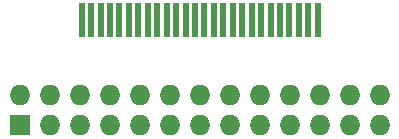
<source format=gts>
G04 #@! TF.FileFunction,Soldermask,Top*
%FSLAX46Y46*%
G04 Gerber Fmt 4.6, Leading zero omitted, Abs format (unit mm)*
G04 Created by KiCad (PCBNEW (2015-01-02 BZR 5348)-product) date 1/13/2015 10:06:43 PM*
%MOMM*%
G01*
G04 APERTURE LIST*
%ADD10C,0.100000*%
%ADD11R,1.727200X1.727200*%
%ADD12O,1.727200X1.727200*%
%ADD13R,0.500000X3.000000*%
G04 APERTURE END LIST*
D10*
D11*
X132080000Y-102870000D03*
D12*
X132080000Y-100330000D03*
X134620000Y-102870000D03*
X134620000Y-100330000D03*
X137160000Y-102870000D03*
X137160000Y-100330000D03*
X139700000Y-102870000D03*
X139700000Y-100330000D03*
X142240000Y-102870000D03*
X142240000Y-100330000D03*
X144780000Y-102870000D03*
X144780000Y-100330000D03*
X147320000Y-102870000D03*
X147320000Y-100330000D03*
X149860000Y-102870000D03*
X149860000Y-100330000D03*
X152400000Y-102870000D03*
X152400000Y-100330000D03*
X154940000Y-102870000D03*
X154940000Y-100330000D03*
X157480000Y-102870000D03*
X157480000Y-100330000D03*
X160020000Y-102870000D03*
X160020000Y-100330000D03*
X162560000Y-102870000D03*
X162560000Y-100330000D03*
D13*
X137320000Y-93980000D03*
X138120000Y-93980000D03*
X138920000Y-93980000D03*
X139720000Y-93980000D03*
X140520000Y-93980000D03*
X141320000Y-93980000D03*
X142120000Y-93980000D03*
X142920000Y-93980000D03*
X143720000Y-93980000D03*
X144520000Y-93980000D03*
X145320000Y-93980000D03*
X146120000Y-93980000D03*
X146920000Y-93980000D03*
X147720000Y-93980000D03*
X148520000Y-93980000D03*
X149320000Y-93980000D03*
X150120000Y-93980000D03*
X150920000Y-93980000D03*
X151720000Y-93980000D03*
X152520000Y-93980000D03*
X153320000Y-93980000D03*
X154120000Y-93980000D03*
X154920000Y-93980000D03*
X155720000Y-93980000D03*
X156520000Y-93980000D03*
X157320000Y-93980000D03*
M02*

</source>
